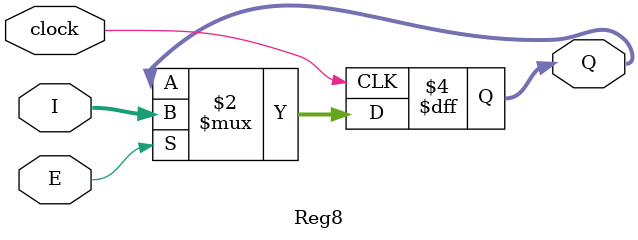
<source format=v>
/*
Title       : Reg8.v
Author      : Nathaniel Therrien
Description : A verilog module for an 8 bit register with an enable bit.
*/

module Reg8(I, Q, E, clock);
    input [7:0] I;
    input E, clock;
    output [7:0] Q;
    reg [7:0] Q;

    always @(posedge clock)
    if (E) begin
        Q <= I;
    end
endmodule

</source>
